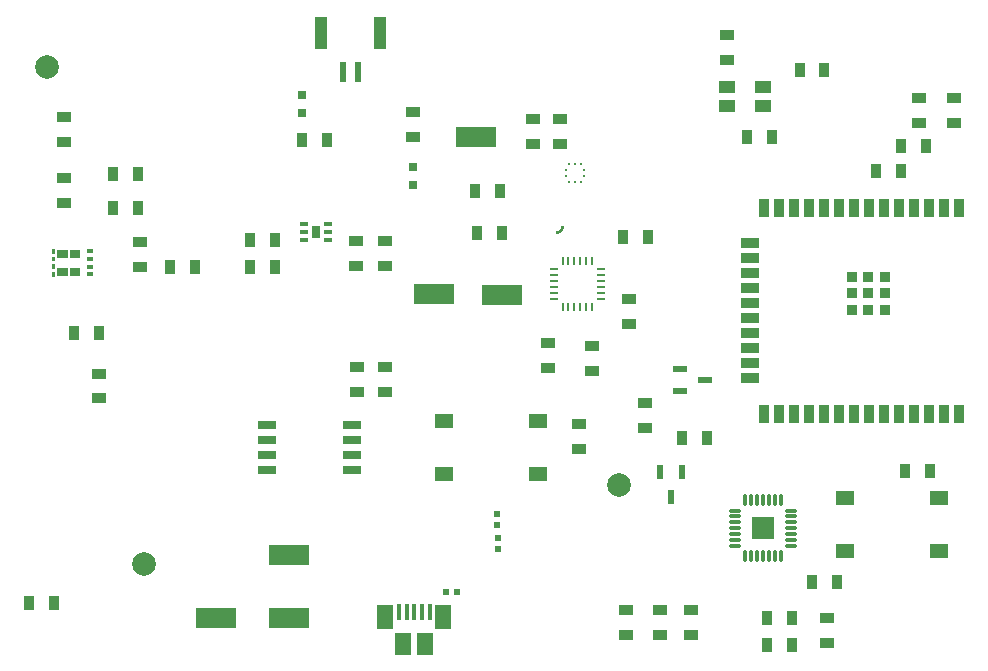
<source format=gbr>
%TF.GenerationSoftware,Altium Limited,Altium Designer,23.5.1 (21)*%
G04 Layer_Color=8421504*
%FSLAX45Y45*%
%MOMM*%
%TF.SameCoordinates,184668B5-E9FD-47B0-B020-163135FE076F*%
%TF.FilePolarity,Positive*%
%TF.FileFunction,Paste,Top*%
%TF.Part,Single*%
G01*
G75*
%TA.AperFunction,Conductor*%
%ADD11C,0.25400*%
%TA.AperFunction,FiducialPad,Global*%
%ADD12C,2.00000*%
%TA.AperFunction,SMDPad,CuDef*%
%ADD13R,1.55000X1.30000*%
%ADD14R,0.90000X1.30000*%
%ADD15R,1.65000X0.65000*%
%ADD16R,0.90000X1.50000*%
%ADD17R,1.50000X0.90000*%
%TA.AperFunction,BGAPad,CuDef*%
%ADD18R,0.90000X0.90000*%
%TA.AperFunction,SMDPad,CuDef*%
%ADD19R,1.30000X0.90000*%
%TA.AperFunction,TestPad*%
%ADD20R,3.42900X1.77800*%
%TA.AperFunction,SMDPad,CuDef*%
%ADD21R,0.60000X1.70000*%
%ADD22R,1.00000X2.80000*%
%ADD23R,1.37500X1.90000*%
%ADD24R,1.47500X2.10000*%
%ADD25R,0.45000X1.38000*%
%ADD26R,0.50000X0.55000*%
%ADD27R,0.26000X0.79000*%
%ADD28R,0.79000X0.26000*%
G04:AMPARAMS|DCode=30|XSize=0.26mm|YSize=0.97mm|CornerRadius=0.065mm|HoleSize=0mm|Usage=FLASHONLY|Rotation=0.000|XOffset=0mm|YOffset=0mm|HoleType=Round|Shape=RoundedRectangle|*
%AMROUNDEDRECTD30*
21,1,0.26000,0.84000,0,0,0.0*
21,1,0.13000,0.97000,0,0,0.0*
1,1,0.13000,0.06500,-0.42000*
1,1,0.13000,-0.06500,-0.42000*
1,1,0.13000,-0.06500,0.42000*
1,1,0.13000,0.06500,0.42000*
%
%ADD30ROUNDEDRECTD30*%
G04:AMPARAMS|DCode=31|XSize=0.26mm|YSize=0.97mm|CornerRadius=0.065mm|HoleSize=0mm|Usage=FLASHONLY|Rotation=270.000|XOffset=0mm|YOffset=0mm|HoleType=Round|Shape=RoundedRectangle|*
%AMROUNDEDRECTD31*
21,1,0.26000,0.84000,0,0,270.0*
21,1,0.13000,0.97000,0,0,270.0*
1,1,0.13000,-0.42000,-0.06500*
1,1,0.13000,-0.42000,0.06500*
1,1,0.13000,0.42000,0.06500*
1,1,0.13000,0.42000,-0.06500*
%
%ADD31ROUNDEDRECTD31*%
%ADD33R,0.60000X0.40000*%
%ADD34R,0.55000X0.50000*%
%ADD35R,0.80000X0.80000*%
G04:AMPARAMS|DCode=37|XSize=0.69mm|YSize=0.32mm|CornerRadius=0.04mm|HoleSize=0mm|Usage=FLASHONLY|Rotation=180.000|XOffset=0mm|YOffset=0mm|HoleType=Round|Shape=RoundedRectangle|*
%AMROUNDEDRECTD37*
21,1,0.69000,0.24000,0,0,180.0*
21,1,0.61000,0.32000,0,0,180.0*
1,1,0.08000,-0.30500,0.12000*
1,1,0.08000,0.30500,0.12000*
1,1,0.08000,0.30500,-0.12000*
1,1,0.08000,-0.30500,-0.12000*
%
%ADD37ROUNDEDRECTD37*%
G04:AMPARAMS|DCode=38|XSize=1.23mm|YSize=0.59mm|CornerRadius=0.1475mm|HoleSize=0mm|Usage=FLASHONLY|Rotation=0.000|XOffset=0mm|YOffset=0mm|HoleType=Round|Shape=RoundedRectangle|*
%AMROUNDEDRECTD38*
21,1,1.23000,0.29500,0,0,0.0*
21,1,0.93500,0.59000,0,0,0.0*
1,1,0.29500,0.46750,-0.14750*
1,1,0.29500,-0.46750,-0.14750*
1,1,0.29500,-0.46750,0.14750*
1,1,0.29500,0.46750,0.14750*
%
%ADD38ROUNDEDRECTD38*%
G04:AMPARAMS|DCode=39|XSize=1.23mm|YSize=0.59mm|CornerRadius=0.1475mm|HoleSize=0mm|Usage=FLASHONLY|Rotation=270.000|XOffset=0mm|YOffset=0mm|HoleType=Round|Shape=RoundedRectangle|*
%AMROUNDEDRECTD39*
21,1,1.23000,0.29500,0,0,270.0*
21,1,0.93500,0.59000,0,0,270.0*
1,1,0.29500,-0.14750,-0.46750*
1,1,0.29500,-0.14750,0.46750*
1,1,0.29500,0.14750,0.46750*
1,1,0.29500,0.14750,-0.46750*
%
%ADD39ROUNDEDRECTD39*%
%ADD40R,1.39700X1.06680*%
%ADD41R,0.27500X0.25000*%
%ADD42R,0.25000X0.27500*%
%ADD100R,1.97980X1.97980*%
G36*
X1231700Y3301200D02*
X1256700D01*
Y3260200D01*
X1231700D01*
Y3301200D01*
D02*
G37*
G36*
Y3366200D02*
X1256700D01*
Y3325200D01*
X1231700D01*
Y3366200D01*
D02*
G37*
G36*
Y3431200D02*
X1256700D01*
Y3390200D01*
X1231700D01*
Y3431200D01*
D02*
G37*
G36*
Y3496200D02*
X1256700D01*
Y3455200D01*
X1231700D01*
Y3496200D01*
D02*
G37*
G36*
X3498700Y3587600D02*
X3435500D01*
Y3688800D01*
X3498700D01*
Y3587600D01*
D02*
G37*
G36*
X1472700Y3420700D02*
X1384700D01*
Y3489700D01*
X1472700D01*
Y3420700D01*
D02*
G37*
G36*
X1364700D02*
X1276700D01*
Y3489700D01*
X1364700D01*
Y3420700D01*
D02*
G37*
G36*
X1472700Y3269200D02*
X1384700D01*
Y3336200D01*
X1472700D01*
Y3269200D01*
D02*
G37*
G36*
X1364700D02*
X1276700D01*
Y3336200D01*
X1364700D01*
Y3269200D01*
D02*
G37*
D11*
X5511800Y3634936D02*
G03*
X5555200Y3678336I0J43400D01*
G01*
D12*
X6032500Y1498600D02*
D03*
X1193800Y5039360D02*
D03*
X2013692Y825500D02*
D03*
D13*
X8743600Y1385200D02*
D03*
Y935200D02*
D03*
X7948600D02*
D03*
Y1385200D02*
D03*
X5350160Y2041680D02*
D03*
Y1591680D02*
D03*
X4555160D02*
D03*
Y2041680D02*
D03*
D14*
X1419000Y2781300D02*
D03*
X1629000D02*
D03*
X6067200Y3594100D02*
D03*
X6277200D02*
D03*
X3119120Y3340100D02*
D03*
X2909120D02*
D03*
X3119120Y3573780D02*
D03*
X2909120D02*
D03*
X7286391Y139700D02*
D03*
X7496391D02*
D03*
X8456480Y1617980D02*
D03*
X8666480D02*
D03*
X8419074Y4152900D02*
D03*
X8209074D02*
D03*
X7286391Y370840D02*
D03*
X7496391D02*
D03*
X3349400Y4419600D02*
D03*
X3559400D02*
D03*
X1246700Y500000D02*
D03*
X1036700D02*
D03*
X7120829Y4439920D02*
D03*
X7330829D02*
D03*
X1959200Y4127500D02*
D03*
X1749200D02*
D03*
X1959200Y3845500D02*
D03*
X1749200D02*
D03*
X5024120Y3990340D02*
D03*
X4814120D02*
D03*
X5042760Y3632947D02*
D03*
X4832760D02*
D03*
X2444340Y3346860D02*
D03*
X2234340D02*
D03*
X6567580Y1892410D02*
D03*
X6777580D02*
D03*
X7667400Y673100D02*
D03*
X7877400D02*
D03*
X8421780Y4368800D02*
D03*
X8631780D02*
D03*
X7562400Y5013960D02*
D03*
X7772400D02*
D03*
D15*
X3771900Y2006600D02*
D03*
Y1879600D02*
D03*
Y1752600D02*
D03*
Y1625600D02*
D03*
X3051900D02*
D03*
Y1752600D02*
D03*
Y1879600D02*
D03*
Y2006600D02*
D03*
D16*
X8915400Y3845500D02*
D03*
X8788400D02*
D03*
X8661400D02*
D03*
X8534400D02*
D03*
X8407400D02*
D03*
X8280400D02*
D03*
X8153400D02*
D03*
X8026400D02*
D03*
X7899400D02*
D03*
X7772400D02*
D03*
X7645400D02*
D03*
X7518400D02*
D03*
X7391400D02*
D03*
X7264400D02*
D03*
Y2095500D02*
D03*
X7391400D02*
D03*
X7518400D02*
D03*
X7645400D02*
D03*
X7772400D02*
D03*
X7899400D02*
D03*
X8026400D02*
D03*
X8153400D02*
D03*
X8280400D02*
D03*
X8407400D02*
D03*
X8534400D02*
D03*
X8661400D02*
D03*
X8788400D02*
D03*
X8915400D02*
D03*
D17*
X7139400Y3542000D02*
D03*
Y3415000D02*
D03*
Y3288000D02*
D03*
Y3161000D02*
D03*
Y3034000D02*
D03*
Y2907000D02*
D03*
Y2780000D02*
D03*
Y2653000D02*
D03*
Y2526000D02*
D03*
Y2399000D02*
D03*
D18*
X8283400Y3260500D02*
D03*
Y3120500D02*
D03*
Y2980500D02*
D03*
X8143400Y3260500D02*
D03*
Y3120500D02*
D03*
Y2980500D02*
D03*
X8003400Y3260500D02*
D03*
Y3120500D02*
D03*
Y2980500D02*
D03*
D19*
X5803900Y2460400D02*
D03*
Y2670400D02*
D03*
X1336639Y4093800D02*
D03*
Y3883800D02*
D03*
Y4611221D02*
D03*
Y4401221D02*
D03*
X5530100Y4384239D02*
D03*
Y4594239D02*
D03*
X5302247Y4384239D02*
D03*
Y4594239D02*
D03*
X1629000Y2440566D02*
D03*
Y2230566D02*
D03*
X6379300Y435200D02*
D03*
Y225200D02*
D03*
X5696320Y1802540D02*
D03*
Y2012540D02*
D03*
X4051300Y2282600D02*
D03*
Y2492600D02*
D03*
X3818628Y2282600D02*
D03*
Y2492600D02*
D03*
X4048760Y3561980D02*
D03*
Y3351980D02*
D03*
X3806000Y3565340D02*
D03*
Y3355340D02*
D03*
X6096000Y435200D02*
D03*
Y225200D02*
D03*
X6642100Y435200D02*
D03*
Y225200D02*
D03*
X5435600Y2695800D02*
D03*
Y2485800D02*
D03*
X6120748Y3074100D02*
D03*
Y2864100D02*
D03*
X8869680Y4562260D02*
D03*
Y4772260D02*
D03*
X8569960Y4561840D02*
D03*
Y4771840D02*
D03*
X7795260Y161700D02*
D03*
Y371700D02*
D03*
X6949440Y5094380D02*
D03*
Y5304380D02*
D03*
X1981200Y3556860D02*
D03*
Y3346860D02*
D03*
X6253050Y2187800D02*
D03*
Y1977800D02*
D03*
X4292396Y4441600D02*
D03*
Y4651600D02*
D03*
D20*
X4823460Y4439920D02*
D03*
X5042760Y3108960D02*
D03*
X3237773Y372155D02*
D03*
X4469490Y3110589D02*
D03*
X2623221Y372155D02*
D03*
X3240313Y903015D02*
D03*
D21*
X3695700Y4991100D02*
D03*
X3820700D02*
D03*
D22*
X4005700Y5326100D02*
D03*
X3510700D02*
D03*
D23*
X4206700Y152400D02*
D03*
X4394200D02*
D03*
D24*
X4054200Y382400D02*
D03*
X4546700D02*
D03*
D25*
X4170450Y418400D02*
D03*
X4235450D02*
D03*
X4365450D02*
D03*
X4300450D02*
D03*
X4430450D02*
D03*
D26*
X5003800Y1253240D02*
D03*
Y1158240D02*
D03*
X5006340Y1049871D02*
D03*
Y954871D02*
D03*
D27*
X5555200Y3396100D02*
D03*
X5605200D02*
D03*
X5655200D02*
D03*
X5705200D02*
D03*
X5755200D02*
D03*
X5805200D02*
D03*
Y3002100D02*
D03*
X5755200D02*
D03*
X5705200D02*
D03*
X5655200D02*
D03*
X5605200D02*
D03*
X5555200D02*
D03*
D28*
X5877200Y3324100D02*
D03*
Y3274100D02*
D03*
Y3224100D02*
D03*
Y3174100D02*
D03*
Y3124100D02*
D03*
Y3074100D02*
D03*
X5483200D02*
D03*
Y3124100D02*
D03*
Y3174100D02*
D03*
Y3224100D02*
D03*
Y3274100D02*
D03*
Y3324100D02*
D03*
D30*
X7101700Y1367300D02*
D03*
X7151700D02*
D03*
X7201700D02*
D03*
X7251700D02*
D03*
X7301700D02*
D03*
X7351700D02*
D03*
X7401700D02*
D03*
Y893300D02*
D03*
X7351700D02*
D03*
X7301700D02*
D03*
X7251700D02*
D03*
X7201700D02*
D03*
X7151700D02*
D03*
X7101700D02*
D03*
D31*
X7488700Y1280300D02*
D03*
Y1230300D02*
D03*
Y1180300D02*
D03*
Y1130300D02*
D03*
Y1080300D02*
D03*
Y1030300D02*
D03*
Y980300D02*
D03*
X7014700D02*
D03*
Y1030300D02*
D03*
Y1080300D02*
D03*
Y1130300D02*
D03*
Y1180300D02*
D03*
Y1230300D02*
D03*
Y1280300D02*
D03*
D33*
X1557200Y3475700D02*
D03*
Y3410700D02*
D03*
Y3280700D02*
D03*
Y3345700D02*
D03*
D34*
X4566289Y589280D02*
D03*
X4661289D02*
D03*
D35*
X4292600Y4187260D02*
D03*
Y4037260D02*
D03*
X3349400Y4644800D02*
D03*
Y4794800D02*
D03*
D37*
X3365100Y3573200D02*
D03*
Y3638200D02*
D03*
Y3703200D02*
D03*
X3569100D02*
D03*
Y3638200D02*
D03*
Y3573200D02*
D03*
D38*
X6760800Y2384900D02*
D03*
X6548800Y2289900D02*
D03*
Y2479900D02*
D03*
D39*
X6474300Y1392600D02*
D03*
X6379300Y1604600D02*
D03*
X6569300D02*
D03*
D40*
X7249300Y4707900D02*
D03*
Y4867900D02*
D03*
X6949300Y4707900D02*
D03*
Y4867900D02*
D03*
D41*
X5587800Y4164800D02*
D03*
Y4114800D02*
D03*
X5740400D02*
D03*
Y4164800D02*
D03*
D42*
X5614100Y4063600D02*
D03*
X5664100D02*
D03*
X5714100D02*
D03*
Y4216000D02*
D03*
X5664100D02*
D03*
X5614100D02*
D03*
D100*
X7251700Y1130300D02*
D03*
%TF.MD5,eb793f53663b6bbaf67ce69533b4cd86*%
M02*

</source>
